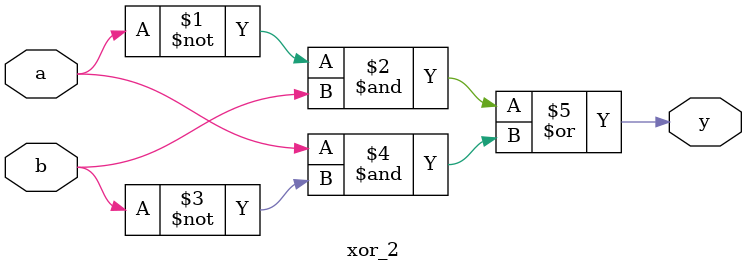
<source format=v>
`timescale 1ns / 1ps
module xor_2(input a,b,output y);
assign y=((~a)&b)|(a&(~b));
endmodule

</source>
